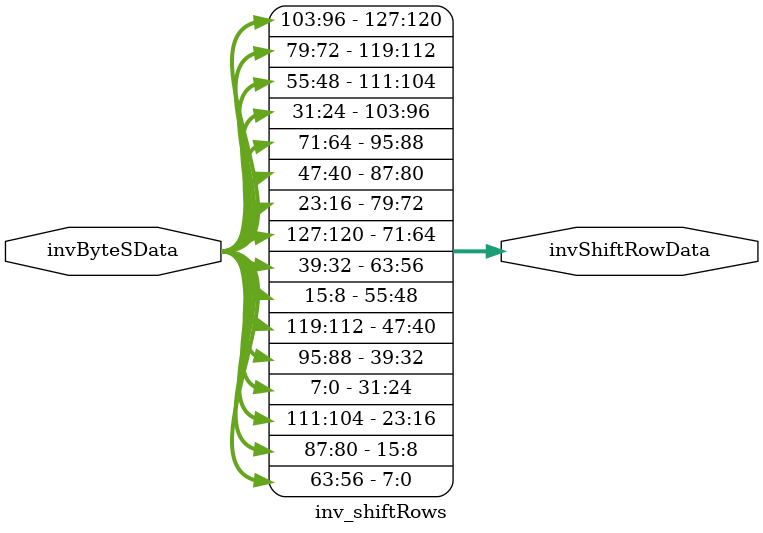
<source format=sv>

module inv_shiftRows
(
	input wire [127:0] invByteSData,
	output wire [127:0] invShiftRowData
);

//	assign shiftRowData[31:0] = {invByteSData[127:120], invByteSData[87:80], invByteSData[47:40], invByteSData[7:0]};
	assign invShiftRowData[31:0] = {invByteSData[7:0], invByteSData[111:104], invByteSData[87:80], invByteSData[63:56]};
//	assign shiftRowData[63:32] = {invByteSData[31:24], invByteSData[119:112], invByteSData[79:72], invByteSData[39:32]};
	assign invShiftRowData[63:32] = {invByteSData[39:32], invByteSData[15:8], invByteSData[119:112], invByteSData[95:88]};
//	assign shiftRowData[95:64] = {invByteSData[63:56], invByteSData[23:16], invByteSData[111:104], invByteSData[71:64]};
	assign invShiftRowData[95:64] = {invByteSData[71:64], invByteSData[47:40], invByteSData[23:16], invByteSData[127:120]};
//	assign shiftRowData[127:96] = {invByteSData[95:88], invByteSData[55:48], invByteSData[15:8], invByteSData[103:96]};
	assign invShiftRowData[127:96] = {invByteSData[103:96], invByteSData[79:72], invByteSData[55:48], invByteSData[31:24]};

endmodule 
</source>
